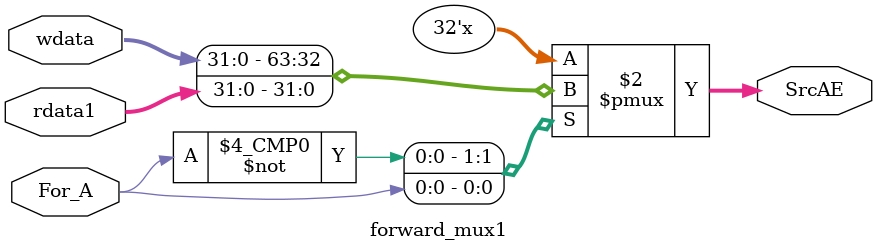
<source format=sv>
module forward_mux1(
  input  logic [31:0] rdata1, wdata,
  input  logic For_A,
  output logic [31:0] SrcAE
);
always_comb begin
    case (For_A)
        1'b0 : SrcAE = wdata;
        1'b1 : SrcAE = rdata1;
    default  : SrcAE = rdata1;
    endcase
end

endmodule
</source>
